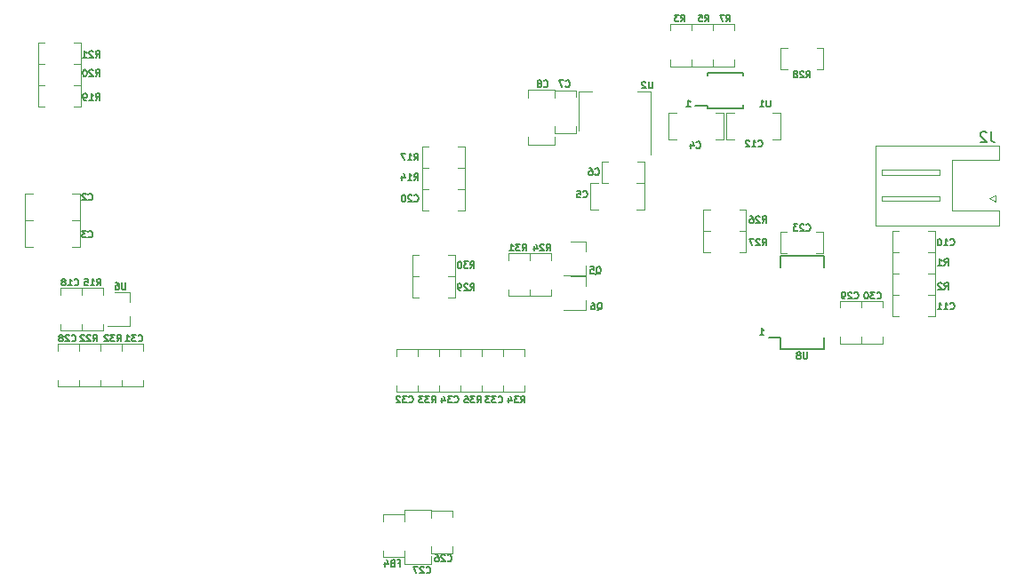
<source format=gbr>
G04 #@! TF.GenerationSoftware,KiCad,Pcbnew,(5.1.4)-1*
G04 #@! TF.CreationDate,2021-03-24T15:31:25+01:00*
G04 #@! TF.ProjectId,HRM,48524d2e-6b69-4636-9164-5f7063625858,rev?*
G04 #@! TF.SameCoordinates,Original*
G04 #@! TF.FileFunction,Legend,Bot*
G04 #@! TF.FilePolarity,Positive*
%FSLAX46Y46*%
G04 Gerber Fmt 4.6, Leading zero omitted, Abs format (unit mm)*
G04 Created by KiCad (PCBNEW (5.1.4)-1) date 2021-03-24 15:31:25*
%MOMM*%
%LPD*%
G04 APERTURE LIST*
%ADD10C,0.127000*%
%ADD11C,0.120000*%
%ADD12C,0.150000*%
G04 APERTURE END LIST*
D10*
X190826571Y-125255261D02*
X191189428Y-125255261D01*
X191008000Y-125255261D02*
X191008000Y-124620261D01*
X191068476Y-124710976D01*
X191128952Y-124771452D01*
X191189428Y-124801690D01*
X183818571Y-103506761D02*
X184181428Y-103506761D01*
X184000000Y-103506761D02*
X184000000Y-102871761D01*
X184060476Y-102962476D01*
X184120952Y-103022952D01*
X184181428Y-103053190D01*
D11*
X159481500Y-141986000D02*
X161513500Y-141986000D01*
X161513500Y-146050000D02*
X159481500Y-146050000D01*
X161513500Y-146050000D02*
X161513500Y-145415000D01*
X159481500Y-146050000D02*
X159481500Y-145415000D01*
X161513500Y-142621000D02*
X161513500Y-141986000D01*
X159481500Y-142621000D02*
X159481500Y-141986000D01*
X179782000Y-108729000D02*
X179782000Y-110761000D01*
X175718000Y-110761000D02*
X175718000Y-108729000D01*
X175718000Y-110761000D02*
X176353000Y-110761000D01*
X175718000Y-108729000D02*
X176353000Y-108729000D01*
X179147000Y-110761000D02*
X179782000Y-110761000D01*
X179147000Y-108729000D02*
X179782000Y-108729000D01*
X171234000Y-102603000D02*
X171234000Y-101968000D01*
X173266000Y-102603000D02*
X173266000Y-101968000D01*
X171234000Y-106032000D02*
X171234000Y-105397000D01*
X173266000Y-106032000D02*
X173266000Y-105397000D01*
X173266000Y-106032000D02*
X171234000Y-106032000D01*
X171234000Y-101968000D02*
X173266000Y-101968000D01*
X206844000Y-115368500D02*
X207479000Y-115368500D01*
X206844000Y-117400500D02*
X207479000Y-117400500D01*
X203415000Y-115368500D02*
X204050000Y-115368500D01*
X203415000Y-117400500D02*
X204050000Y-117400500D01*
X203415000Y-117400500D02*
X203415000Y-115368500D01*
X207479000Y-115368500D02*
X207479000Y-117400500D01*
X207479000Y-121464500D02*
X207479000Y-123496500D01*
X203415000Y-123496500D02*
X203415000Y-121464500D01*
X203415000Y-123496500D02*
X204050000Y-123496500D01*
X203415000Y-121464500D02*
X204050000Y-121464500D01*
X206844000Y-123496500D02*
X207479000Y-123496500D01*
X206844000Y-121464500D02*
X207479000Y-121464500D01*
X196811000Y-115432000D02*
X196811000Y-117464000D01*
X192747000Y-117464000D02*
X192747000Y-115432000D01*
X192747000Y-117464000D02*
X193382000Y-117464000D01*
X192747000Y-115432000D02*
X193382000Y-115432000D01*
X196176000Y-117464000D02*
X196811000Y-117464000D01*
X196176000Y-115432000D02*
X196811000Y-115432000D01*
X125984000Y-130175000D02*
X123952000Y-130175000D01*
X123952000Y-126111000D02*
X125984000Y-126111000D01*
X123952000Y-126111000D02*
X123952000Y-126746000D01*
X125984000Y-126111000D02*
X125984000Y-126746000D01*
X123952000Y-129540000D02*
X123952000Y-130175000D01*
X125984000Y-129540000D02*
X125984000Y-130175000D01*
X198462000Y-122036000D02*
X200494000Y-122036000D01*
X200494000Y-126100000D02*
X198462000Y-126100000D01*
X200494000Y-126100000D02*
X200494000Y-125465000D01*
X198462000Y-126100000D02*
X198462000Y-125465000D01*
X200494000Y-122671000D02*
X200494000Y-122036000D01*
X198462000Y-122671000D02*
X198462000Y-122036000D01*
X200494000Y-122671000D02*
X200494000Y-122036000D01*
X202526000Y-122671000D02*
X202526000Y-122036000D01*
X200494000Y-126100000D02*
X200494000Y-125465000D01*
X202526000Y-126100000D02*
X202526000Y-125465000D01*
X202526000Y-126100000D02*
X200494000Y-126100000D01*
X200494000Y-122036000D02*
X202526000Y-122036000D01*
X158242000Y-130048000D02*
X158242000Y-130683000D01*
X156210000Y-130048000D02*
X156210000Y-130683000D01*
X158242000Y-126619000D02*
X158242000Y-127254000D01*
X156210000Y-126619000D02*
X156210000Y-127254000D01*
X156210000Y-126619000D02*
X158242000Y-126619000D01*
X158242000Y-130683000D02*
X156210000Y-130683000D01*
X166370000Y-130683000D02*
X164338000Y-130683000D01*
X164338000Y-126619000D02*
X166370000Y-126619000D01*
X164338000Y-126619000D02*
X164338000Y-127254000D01*
X166370000Y-126619000D02*
X166370000Y-127254000D01*
X164338000Y-130048000D02*
X164338000Y-130683000D01*
X166370000Y-130048000D02*
X166370000Y-130683000D01*
X132080000Y-130175000D02*
X130048000Y-130175000D01*
X130048000Y-126111000D02*
X132080000Y-126111000D01*
X130048000Y-126111000D02*
X130048000Y-126746000D01*
X132080000Y-126111000D02*
X132080000Y-126746000D01*
X130048000Y-129540000D02*
X130048000Y-130175000D01*
X132080000Y-129540000D02*
X132080000Y-130175000D01*
X201852000Y-111007000D02*
X201852000Y-114817000D01*
X201852000Y-114817000D02*
X213572000Y-114817000D01*
X213572000Y-114817000D02*
X213572000Y-113397000D01*
X213572000Y-113397000D02*
X209072000Y-113397000D01*
X209072000Y-113397000D02*
X209072000Y-111007000D01*
X201852000Y-111007000D02*
X201852000Y-107197000D01*
X201852000Y-107197000D02*
X213572000Y-107197000D01*
X213572000Y-107197000D02*
X213572000Y-108617000D01*
X213572000Y-108617000D02*
X209072000Y-108617000D01*
X209072000Y-108617000D02*
X209072000Y-111007000D01*
X207962000Y-112507000D02*
X202462000Y-112507000D01*
X202462000Y-112507000D02*
X202462000Y-112007000D01*
X202462000Y-112007000D02*
X207962000Y-112007000D01*
X207962000Y-112007000D02*
X207962000Y-112507000D01*
X207962000Y-110007000D02*
X202462000Y-110007000D01*
X202462000Y-110007000D02*
X202462000Y-109507000D01*
X202462000Y-109507000D02*
X207962000Y-109507000D01*
X207962000Y-109507000D02*
X207962000Y-110007000D01*
X212662000Y-112257000D02*
X213262000Y-112557000D01*
X213262000Y-112557000D02*
X213262000Y-111957000D01*
X213262000Y-111957000D02*
X212662000Y-112257000D01*
X174242000Y-116403000D02*
X174242000Y-117333000D01*
X174242000Y-119563000D02*
X174242000Y-118633000D01*
X174242000Y-119563000D02*
X172082000Y-119563000D01*
X174242000Y-116403000D02*
X172782000Y-116403000D01*
X174242000Y-119705000D02*
X174242000Y-120635000D01*
X174242000Y-122865000D02*
X174242000Y-121935000D01*
X174242000Y-122865000D02*
X172082000Y-122865000D01*
X174242000Y-119705000D02*
X172782000Y-119705000D01*
X207479000Y-117400500D02*
X207479000Y-119432500D01*
X203415000Y-119432500D02*
X203415000Y-117400500D01*
X203415000Y-119432500D02*
X204050000Y-119432500D01*
X203415000Y-117400500D02*
X204050000Y-117400500D01*
X206844000Y-119432500D02*
X207479000Y-119432500D01*
X206844000Y-117400500D02*
X207479000Y-117400500D01*
X206844000Y-119432500D02*
X207479000Y-119432500D01*
X206844000Y-121464500D02*
X207479000Y-121464500D01*
X203415000Y-119432500D02*
X204050000Y-119432500D01*
X203415000Y-121464500D02*
X204050000Y-121464500D01*
X203415000Y-121464500D02*
X203415000Y-119432500D01*
X207479000Y-119432500D02*
X207479000Y-121464500D01*
X182299000Y-95599500D02*
X184331000Y-95599500D01*
X184331000Y-99663500D02*
X182299000Y-99663500D01*
X184331000Y-99663500D02*
X184331000Y-99028500D01*
X182299000Y-99663500D02*
X182299000Y-99028500D01*
X184331000Y-96234500D02*
X184331000Y-95599500D01*
X182299000Y-96234500D02*
X182299000Y-95599500D01*
X184331000Y-96234500D02*
X184331000Y-95599500D01*
X186363000Y-96234500D02*
X186363000Y-95599500D01*
X184331000Y-99663500D02*
X184331000Y-99028500D01*
X186363000Y-99663500D02*
X186363000Y-99028500D01*
X186363000Y-99663500D02*
X184331000Y-99663500D01*
X184331000Y-95599500D02*
X186363000Y-95599500D01*
X188393000Y-99028500D02*
X188393000Y-99663500D01*
X186361000Y-99028500D02*
X186361000Y-99663500D01*
X188393000Y-95599500D02*
X188393000Y-96234500D01*
X186361000Y-95599500D02*
X186361000Y-96234500D01*
X186361000Y-95599500D02*
X188393000Y-95599500D01*
X188393000Y-99663500D02*
X186361000Y-99663500D01*
X162052000Y-109347000D02*
X162687000Y-109347000D01*
X162052000Y-111379000D02*
X162687000Y-111379000D01*
X158623000Y-109347000D02*
X159258000Y-109347000D01*
X158623000Y-111379000D02*
X159258000Y-111379000D01*
X158623000Y-111379000D02*
X158623000Y-109347000D01*
X162687000Y-109347000D02*
X162687000Y-111379000D01*
X128270000Y-124841000D02*
X126238000Y-124841000D01*
X126238000Y-120777000D02*
X128270000Y-120777000D01*
X126238000Y-120777000D02*
X126238000Y-121412000D01*
X128270000Y-120777000D02*
X128270000Y-121412000D01*
X126238000Y-124206000D02*
X126238000Y-124841000D01*
X128270000Y-124206000D02*
X128270000Y-124841000D01*
X158623000Y-109347000D02*
X158623000Y-107315000D01*
X162687000Y-107315000D02*
X162687000Y-109347000D01*
X162687000Y-107315000D02*
X162052000Y-107315000D01*
X162687000Y-109347000D02*
X162052000Y-109347000D01*
X159258000Y-107315000D02*
X158623000Y-107315000D01*
X159258000Y-109347000D02*
X158623000Y-109347000D01*
X125984000Y-126746000D02*
X125984000Y-126111000D01*
X128016000Y-126746000D02*
X128016000Y-126111000D01*
X125984000Y-130175000D02*
X125984000Y-129540000D01*
X128016000Y-130175000D02*
X128016000Y-129540000D01*
X128016000Y-130175000D02*
X125984000Y-130175000D01*
X125984000Y-126111000D02*
X128016000Y-126111000D01*
X193421000Y-99949000D02*
X192786000Y-99949000D01*
X193421000Y-97917000D02*
X192786000Y-97917000D01*
X196850000Y-99949000D02*
X196215000Y-99949000D01*
X196850000Y-97917000D02*
X196215000Y-97917000D01*
X196850000Y-97917000D02*
X196850000Y-99949000D01*
X192786000Y-99949000D02*
X192786000Y-97917000D01*
X158350000Y-121725000D02*
X157715000Y-121725000D01*
X158350000Y-119693000D02*
X157715000Y-119693000D01*
X161779000Y-121725000D02*
X161144000Y-121725000D01*
X161779000Y-119693000D02*
X161144000Y-119693000D01*
X161779000Y-119693000D02*
X161779000Y-121725000D01*
X157715000Y-121725000D02*
X157715000Y-119693000D01*
X158350000Y-119693000D02*
X157715000Y-119693000D01*
X158350000Y-117661000D02*
X157715000Y-117661000D01*
X161779000Y-119693000D02*
X161144000Y-119693000D01*
X161779000Y-117661000D02*
X161144000Y-117661000D01*
X161779000Y-117661000D02*
X161779000Y-119693000D01*
X157715000Y-119693000D02*
X157715000Y-117661000D01*
X170942000Y-120904000D02*
X170942000Y-121539000D01*
X168910000Y-120904000D02*
X168910000Y-121539000D01*
X170942000Y-117475000D02*
X170942000Y-118110000D01*
X168910000Y-117475000D02*
X168910000Y-118110000D01*
X168910000Y-117475000D02*
X170942000Y-117475000D01*
X170942000Y-121539000D02*
X168910000Y-121539000D01*
X186055000Y-115316000D02*
X185420000Y-115316000D01*
X186055000Y-113284000D02*
X185420000Y-113284000D01*
X189484000Y-115316000D02*
X188849000Y-115316000D01*
X189484000Y-113284000D02*
X188849000Y-113284000D01*
X189484000Y-113284000D02*
X189484000Y-115316000D01*
X185420000Y-115316000D02*
X185420000Y-113284000D01*
X185420000Y-117348000D02*
X185420000Y-115316000D01*
X189484000Y-115316000D02*
X189484000Y-117348000D01*
X189484000Y-115316000D02*
X188849000Y-115316000D01*
X189484000Y-117348000D02*
X188849000Y-117348000D01*
X186055000Y-115316000D02*
X185420000Y-115316000D01*
X186055000Y-117348000D02*
X185420000Y-117348000D01*
X125476000Y-101473000D02*
X126111000Y-101473000D01*
X125476000Y-103505000D02*
X126111000Y-103505000D01*
X122047000Y-101473000D02*
X122682000Y-101473000D01*
X122047000Y-103505000D02*
X122682000Y-103505000D01*
X122047000Y-103505000D02*
X122047000Y-101473000D01*
X126111000Y-101473000D02*
X126111000Y-103505000D01*
X126111000Y-99441000D02*
X126111000Y-101473000D01*
X122047000Y-101473000D02*
X122047000Y-99441000D01*
X122047000Y-101473000D02*
X122682000Y-101473000D01*
X122047000Y-99441000D02*
X122682000Y-99441000D01*
X125476000Y-101473000D02*
X126111000Y-101473000D01*
X125476000Y-99441000D02*
X126111000Y-99441000D01*
X126111000Y-97409000D02*
X126111000Y-99441000D01*
X122047000Y-99441000D02*
X122047000Y-97409000D01*
X122047000Y-99441000D02*
X122682000Y-99441000D01*
X122047000Y-97409000D02*
X122682000Y-97409000D01*
X125476000Y-99441000D02*
X126111000Y-99441000D01*
X125476000Y-97409000D02*
X126111000Y-97409000D01*
X166878000Y-117475000D02*
X168910000Y-117475000D01*
X168910000Y-121539000D02*
X166878000Y-121539000D01*
X168910000Y-121539000D02*
X168910000Y-120904000D01*
X166878000Y-121539000D02*
X166878000Y-120904000D01*
X168910000Y-118110000D02*
X168910000Y-117475000D01*
X166878000Y-118110000D02*
X166878000Y-117475000D01*
X128016000Y-126111000D02*
X130048000Y-126111000D01*
X130048000Y-130175000D02*
X128016000Y-130175000D01*
X130048000Y-130175000D02*
X130048000Y-129540000D01*
X128016000Y-130175000D02*
X128016000Y-129540000D01*
X130048000Y-126746000D02*
X130048000Y-126111000D01*
X128016000Y-126746000D02*
X128016000Y-126111000D01*
X160274000Y-130048000D02*
X160274000Y-130683000D01*
X158242000Y-130048000D02*
X158242000Y-130683000D01*
X160274000Y-126619000D02*
X160274000Y-127254000D01*
X158242000Y-126619000D02*
X158242000Y-127254000D01*
X158242000Y-126619000D02*
X160274000Y-126619000D01*
X160274000Y-130683000D02*
X158242000Y-130683000D01*
X168402000Y-130048000D02*
X168402000Y-130683000D01*
X166370000Y-130048000D02*
X166370000Y-130683000D01*
X168402000Y-126619000D02*
X168402000Y-127254000D01*
X166370000Y-126619000D02*
X166370000Y-127254000D01*
X166370000Y-126619000D02*
X168402000Y-126619000D01*
X168402000Y-130683000D02*
X166370000Y-130683000D01*
D12*
X185831000Y-103624500D02*
X185831000Y-103399500D01*
X189181000Y-103624500D02*
X189181000Y-103324500D01*
X189181000Y-100274500D02*
X189181000Y-100574500D01*
X185831000Y-100274500D02*
X185831000Y-100574500D01*
X185831000Y-103624500D02*
X189181000Y-103624500D01*
X185831000Y-100274500D02*
X189181000Y-100274500D01*
X185831000Y-103399500D02*
X184606000Y-103399500D01*
D11*
X173564000Y-102030500D02*
X174824000Y-102030500D01*
X180384000Y-102030500D02*
X179124000Y-102030500D01*
X173564000Y-105790500D02*
X173564000Y-102030500D01*
X180384000Y-108040500D02*
X180384000Y-102030500D01*
X130808000Y-121229000D02*
X130808000Y-122159000D01*
X130808000Y-124389000D02*
X130808000Y-123459000D01*
X130808000Y-124389000D02*
X128648000Y-124389000D01*
X130808000Y-121229000D02*
X129348000Y-121229000D01*
D12*
X192767500Y-125528000D02*
X192767500Y-126638000D01*
X196917500Y-126638000D02*
X196917500Y-125528000D01*
X196917500Y-117688000D02*
X196917500Y-118798000D01*
X192767500Y-117688000D02*
X192767500Y-118798000D01*
X192767500Y-126638000D02*
X196917500Y-126638000D01*
X192767500Y-117688000D02*
X196917500Y-117688000D01*
X192767500Y-125528000D02*
X191642500Y-125528000D01*
D11*
X126022100Y-111760000D02*
X126022100Y-114300000D01*
X126022100Y-114300000D02*
X125260100Y-114300000D01*
X126022100Y-111760000D02*
X125260100Y-111760000D01*
X120815100Y-111760000D02*
X121577100Y-111760000D01*
X120815100Y-114300000D02*
X120815100Y-111760000D01*
X120815100Y-114300000D02*
X121577100Y-114300000D01*
X126022100Y-114300000D02*
X126022100Y-116840000D01*
X126022100Y-116840000D02*
X125260100Y-116840000D01*
X126022100Y-114300000D02*
X125260100Y-114300000D01*
X120815100Y-114300000D02*
X121577100Y-114300000D01*
X120815100Y-116840000D02*
X120815100Y-114300000D01*
X120815100Y-116840000D02*
X121577100Y-116840000D01*
X182133900Y-106648500D02*
X182133900Y-104108500D01*
X182133900Y-104108500D02*
X182895900Y-104108500D01*
X182133900Y-106648500D02*
X182895900Y-106648500D01*
X187340900Y-106648500D02*
X186578900Y-106648500D01*
X187340900Y-104108500D02*
X187340900Y-106648500D01*
X187340900Y-104108500D02*
X186578900Y-104108500D01*
X179853500Y-110761000D02*
X179091500Y-110761000D01*
X179853500Y-110761000D02*
X179853500Y-113301000D01*
X179853500Y-113301000D02*
X179091500Y-113301000D01*
X174646500Y-113301000D02*
X175408500Y-113301000D01*
X174646500Y-110761000D02*
X175408500Y-110761000D01*
X174646500Y-113301000D02*
X174646500Y-110761000D01*
X171270000Y-107124500D02*
X168730000Y-107124500D01*
X168730000Y-107124500D02*
X168730000Y-106362500D01*
X171270000Y-107124500D02*
X171270000Y-106362500D01*
X171270000Y-101917500D02*
X171270000Y-102679500D01*
X168730000Y-101917500D02*
X171270000Y-101917500D01*
X168730000Y-101917500D02*
X168730000Y-102679500D01*
X187569500Y-106648500D02*
X188331500Y-106648500D01*
X187569500Y-106648500D02*
X187569500Y-104108500D01*
X187569500Y-104108500D02*
X188331500Y-104108500D01*
X192776500Y-104108500D02*
X192014500Y-104108500D01*
X192776500Y-106648500D02*
X192014500Y-106648500D01*
X192776500Y-104108500D02*
X192776500Y-106648500D01*
X159481500Y-147138000D02*
X156941500Y-147138000D01*
X156941500Y-147138000D02*
X156941500Y-146376000D01*
X159481500Y-147138000D02*
X159481500Y-146376000D01*
X159481500Y-141931000D02*
X159481500Y-142693000D01*
X156941500Y-141931000D02*
X159481500Y-141931000D01*
X156941500Y-141931000D02*
X156941500Y-142693000D01*
X126238000Y-124841000D02*
X124206000Y-124841000D01*
X124206000Y-120777000D02*
X126238000Y-120777000D01*
X124206000Y-120777000D02*
X124206000Y-121412000D01*
X126238000Y-120777000D02*
X126238000Y-121412000D01*
X124206000Y-124206000D02*
X124206000Y-124841000D01*
X126238000Y-124206000D02*
X126238000Y-124841000D01*
X154909500Y-142375500D02*
X156941500Y-142375500D01*
X156941500Y-146439500D02*
X154909500Y-146439500D01*
X156941500Y-146439500D02*
X156941500Y-145804500D01*
X154909500Y-146439500D02*
X154909500Y-145804500D01*
X156941500Y-143010500D02*
X156941500Y-142375500D01*
X154909500Y-143010500D02*
X154909500Y-142375500D01*
X158623000Y-113411000D02*
X158623000Y-111379000D01*
X162687000Y-111379000D02*
X162687000Y-113411000D01*
X162687000Y-111379000D02*
X162052000Y-111379000D01*
X162687000Y-113411000D02*
X162052000Y-113411000D01*
X159258000Y-111379000D02*
X158623000Y-111379000D01*
X159258000Y-113411000D02*
X158623000Y-113411000D01*
X162306000Y-130683000D02*
X160274000Y-130683000D01*
X160274000Y-126619000D02*
X162306000Y-126619000D01*
X160274000Y-126619000D02*
X160274000Y-127254000D01*
X162306000Y-126619000D02*
X162306000Y-127254000D01*
X160274000Y-130048000D02*
X160274000Y-130683000D01*
X162306000Y-130048000D02*
X162306000Y-130683000D01*
X164338000Y-130683000D02*
X162306000Y-130683000D01*
X162306000Y-126619000D02*
X164338000Y-126619000D01*
X162306000Y-126619000D02*
X162306000Y-127254000D01*
X164338000Y-126619000D02*
X164338000Y-127254000D01*
X162306000Y-130048000D02*
X162306000Y-130683000D01*
X164338000Y-130048000D02*
X164338000Y-130683000D01*
D10*
X161063214Y-146784785D02*
X161093452Y-146815023D01*
X161184166Y-146845261D01*
X161244642Y-146845261D01*
X161335357Y-146815023D01*
X161395833Y-146754547D01*
X161426071Y-146694071D01*
X161456309Y-146573119D01*
X161456309Y-146482404D01*
X161426071Y-146361452D01*
X161395833Y-146300976D01*
X161335357Y-146240500D01*
X161244642Y-146210261D01*
X161184166Y-146210261D01*
X161093452Y-146240500D01*
X161063214Y-146270738D01*
X160821309Y-146270738D02*
X160791071Y-146240500D01*
X160730595Y-146210261D01*
X160579404Y-146210261D01*
X160518928Y-146240500D01*
X160488690Y-146270738D01*
X160458452Y-146331214D01*
X160458452Y-146391690D01*
X160488690Y-146482404D01*
X160851547Y-146845261D01*
X160458452Y-146845261D01*
X159914166Y-146210261D02*
X160035119Y-146210261D01*
X160095595Y-146240500D01*
X160125833Y-146270738D01*
X160186309Y-146361452D01*
X160216547Y-146482404D01*
X160216547Y-146724309D01*
X160186309Y-146784785D01*
X160156071Y-146815023D01*
X160095595Y-146845261D01*
X159974642Y-146845261D01*
X159914166Y-146815023D01*
X159883928Y-146784785D01*
X159853690Y-146724309D01*
X159853690Y-146573119D01*
X159883928Y-146512642D01*
X159914166Y-146482404D01*
X159974642Y-146452166D01*
X160095595Y-146452166D01*
X160156071Y-146482404D01*
X160186309Y-146512642D01*
X160216547Y-146573119D01*
X175111833Y-109954785D02*
X175142071Y-109985023D01*
X175232785Y-110015261D01*
X175293261Y-110015261D01*
X175383976Y-109985023D01*
X175444452Y-109924547D01*
X175474690Y-109864071D01*
X175504928Y-109743119D01*
X175504928Y-109652404D01*
X175474690Y-109531452D01*
X175444452Y-109470976D01*
X175383976Y-109410500D01*
X175293261Y-109380261D01*
X175232785Y-109380261D01*
X175142071Y-109410500D01*
X175111833Y-109440738D01*
X174567547Y-109380261D02*
X174688500Y-109380261D01*
X174748976Y-109410500D01*
X174779214Y-109440738D01*
X174839690Y-109531452D01*
X174869928Y-109652404D01*
X174869928Y-109894309D01*
X174839690Y-109954785D01*
X174809452Y-109985023D01*
X174748976Y-110015261D01*
X174628023Y-110015261D01*
X174567547Y-109985023D01*
X174537309Y-109954785D01*
X174507071Y-109894309D01*
X174507071Y-109743119D01*
X174537309Y-109682642D01*
X174567547Y-109652404D01*
X174628023Y-109622166D01*
X174748976Y-109622166D01*
X174809452Y-109652404D01*
X174839690Y-109682642D01*
X174869928Y-109743119D01*
X172317833Y-101572785D02*
X172348071Y-101603023D01*
X172438785Y-101633261D01*
X172499261Y-101633261D01*
X172589976Y-101603023D01*
X172650452Y-101542547D01*
X172680690Y-101482071D01*
X172710928Y-101361119D01*
X172710928Y-101270404D01*
X172680690Y-101149452D01*
X172650452Y-101088976D01*
X172589976Y-101028500D01*
X172499261Y-100998261D01*
X172438785Y-100998261D01*
X172348071Y-101028500D01*
X172317833Y-101058738D01*
X172106166Y-100998261D02*
X171682833Y-100998261D01*
X171954976Y-101633261D01*
X208942214Y-116685785D02*
X208972452Y-116716023D01*
X209063166Y-116746261D01*
X209123642Y-116746261D01*
X209214357Y-116716023D01*
X209274833Y-116655547D01*
X209305071Y-116595071D01*
X209335309Y-116474119D01*
X209335309Y-116383404D01*
X209305071Y-116262452D01*
X209274833Y-116201976D01*
X209214357Y-116141500D01*
X209123642Y-116111261D01*
X209063166Y-116111261D01*
X208972452Y-116141500D01*
X208942214Y-116171738D01*
X208337452Y-116746261D02*
X208700309Y-116746261D01*
X208518880Y-116746261D02*
X208518880Y-116111261D01*
X208579357Y-116201976D01*
X208639833Y-116262452D01*
X208700309Y-116292690D01*
X207944357Y-116111261D02*
X207883880Y-116111261D01*
X207823404Y-116141500D01*
X207793166Y-116171738D01*
X207762928Y-116232214D01*
X207732690Y-116353166D01*
X207732690Y-116504357D01*
X207762928Y-116625309D01*
X207793166Y-116685785D01*
X207823404Y-116716023D01*
X207883880Y-116746261D01*
X207944357Y-116746261D01*
X208004833Y-116716023D01*
X208035071Y-116685785D01*
X208065309Y-116625309D01*
X208095547Y-116504357D01*
X208095547Y-116353166D01*
X208065309Y-116232214D01*
X208035071Y-116171738D01*
X208004833Y-116141500D01*
X207944357Y-116111261D01*
X208942214Y-122781785D02*
X208972452Y-122812023D01*
X209063166Y-122842261D01*
X209123642Y-122842261D01*
X209214357Y-122812023D01*
X209274833Y-122751547D01*
X209305071Y-122691071D01*
X209335309Y-122570119D01*
X209335309Y-122479404D01*
X209305071Y-122358452D01*
X209274833Y-122297976D01*
X209214357Y-122237500D01*
X209123642Y-122207261D01*
X209063166Y-122207261D01*
X208972452Y-122237500D01*
X208942214Y-122267738D01*
X208337452Y-122842261D02*
X208700309Y-122842261D01*
X208518880Y-122842261D02*
X208518880Y-122207261D01*
X208579357Y-122297976D01*
X208639833Y-122358452D01*
X208700309Y-122388690D01*
X207732690Y-122842261D02*
X208095547Y-122842261D01*
X207914119Y-122842261D02*
X207914119Y-122207261D01*
X207974595Y-122297976D01*
X208035071Y-122358452D01*
X208095547Y-122388690D01*
X195226214Y-115288785D02*
X195256452Y-115319023D01*
X195347166Y-115349261D01*
X195407642Y-115349261D01*
X195498357Y-115319023D01*
X195558833Y-115258547D01*
X195589071Y-115198071D01*
X195619309Y-115077119D01*
X195619309Y-114986404D01*
X195589071Y-114865452D01*
X195558833Y-114804976D01*
X195498357Y-114744500D01*
X195407642Y-114714261D01*
X195347166Y-114714261D01*
X195256452Y-114744500D01*
X195226214Y-114774738D01*
X194984309Y-114774738D02*
X194954071Y-114744500D01*
X194893595Y-114714261D01*
X194742404Y-114714261D01*
X194681928Y-114744500D01*
X194651690Y-114774738D01*
X194621452Y-114835214D01*
X194621452Y-114895690D01*
X194651690Y-114986404D01*
X195014547Y-115349261D01*
X194621452Y-115349261D01*
X194409785Y-114714261D02*
X194016690Y-114714261D01*
X194228357Y-114956166D01*
X194137642Y-114956166D01*
X194077166Y-114986404D01*
X194046928Y-115016642D01*
X194016690Y-115077119D01*
X194016690Y-115228309D01*
X194046928Y-115288785D01*
X194077166Y-115319023D01*
X194137642Y-115349261D01*
X194319071Y-115349261D01*
X194379547Y-115319023D01*
X194409785Y-115288785D01*
X125249214Y-125829785D02*
X125279452Y-125860023D01*
X125370166Y-125890261D01*
X125430642Y-125890261D01*
X125521357Y-125860023D01*
X125581833Y-125799547D01*
X125612071Y-125739071D01*
X125642309Y-125618119D01*
X125642309Y-125527404D01*
X125612071Y-125406452D01*
X125581833Y-125345976D01*
X125521357Y-125285500D01*
X125430642Y-125255261D01*
X125370166Y-125255261D01*
X125279452Y-125285500D01*
X125249214Y-125315738D01*
X125007309Y-125315738D02*
X124977071Y-125285500D01*
X124916595Y-125255261D01*
X124765404Y-125255261D01*
X124704928Y-125285500D01*
X124674690Y-125315738D01*
X124644452Y-125376214D01*
X124644452Y-125436690D01*
X124674690Y-125527404D01*
X125037547Y-125890261D01*
X124644452Y-125890261D01*
X124281595Y-125527404D02*
X124342071Y-125497166D01*
X124372309Y-125466928D01*
X124402547Y-125406452D01*
X124402547Y-125376214D01*
X124372309Y-125315738D01*
X124342071Y-125285500D01*
X124281595Y-125255261D01*
X124160642Y-125255261D01*
X124100166Y-125285500D01*
X124069928Y-125315738D01*
X124039690Y-125376214D01*
X124039690Y-125406452D01*
X124069928Y-125466928D01*
X124100166Y-125497166D01*
X124160642Y-125527404D01*
X124281595Y-125527404D01*
X124342071Y-125557642D01*
X124372309Y-125587880D01*
X124402547Y-125648357D01*
X124402547Y-125769309D01*
X124372309Y-125829785D01*
X124342071Y-125860023D01*
X124281595Y-125890261D01*
X124160642Y-125890261D01*
X124100166Y-125860023D01*
X124069928Y-125829785D01*
X124039690Y-125769309D01*
X124039690Y-125648357D01*
X124069928Y-125587880D01*
X124100166Y-125557642D01*
X124160642Y-125527404D01*
X199798214Y-121765785D02*
X199828452Y-121796023D01*
X199919166Y-121826261D01*
X199979642Y-121826261D01*
X200070357Y-121796023D01*
X200130833Y-121735547D01*
X200161071Y-121675071D01*
X200191309Y-121554119D01*
X200191309Y-121463404D01*
X200161071Y-121342452D01*
X200130833Y-121281976D01*
X200070357Y-121221500D01*
X199979642Y-121191261D01*
X199919166Y-121191261D01*
X199828452Y-121221500D01*
X199798214Y-121251738D01*
X199556309Y-121251738D02*
X199526071Y-121221500D01*
X199465595Y-121191261D01*
X199314404Y-121191261D01*
X199253928Y-121221500D01*
X199223690Y-121251738D01*
X199193452Y-121312214D01*
X199193452Y-121372690D01*
X199223690Y-121463404D01*
X199586547Y-121826261D01*
X199193452Y-121826261D01*
X198891071Y-121826261D02*
X198770119Y-121826261D01*
X198709642Y-121796023D01*
X198679404Y-121765785D01*
X198618928Y-121675071D01*
X198588690Y-121554119D01*
X198588690Y-121312214D01*
X198618928Y-121251738D01*
X198649166Y-121221500D01*
X198709642Y-121191261D01*
X198830595Y-121191261D01*
X198891071Y-121221500D01*
X198921309Y-121251738D01*
X198951547Y-121312214D01*
X198951547Y-121463404D01*
X198921309Y-121523880D01*
X198891071Y-121554119D01*
X198830595Y-121584357D01*
X198709642Y-121584357D01*
X198649166Y-121554119D01*
X198618928Y-121523880D01*
X198588690Y-121463404D01*
X201957214Y-121765785D02*
X201987452Y-121796023D01*
X202078166Y-121826261D01*
X202138642Y-121826261D01*
X202229357Y-121796023D01*
X202289833Y-121735547D01*
X202320071Y-121675071D01*
X202350309Y-121554119D01*
X202350309Y-121463404D01*
X202320071Y-121342452D01*
X202289833Y-121281976D01*
X202229357Y-121221500D01*
X202138642Y-121191261D01*
X202078166Y-121191261D01*
X201987452Y-121221500D01*
X201957214Y-121251738D01*
X201745547Y-121191261D02*
X201352452Y-121191261D01*
X201564119Y-121433166D01*
X201473404Y-121433166D01*
X201412928Y-121463404D01*
X201382690Y-121493642D01*
X201352452Y-121554119D01*
X201352452Y-121705309D01*
X201382690Y-121765785D01*
X201412928Y-121796023D01*
X201473404Y-121826261D01*
X201654833Y-121826261D01*
X201715309Y-121796023D01*
X201745547Y-121765785D01*
X200959357Y-121191261D02*
X200898880Y-121191261D01*
X200838404Y-121221500D01*
X200808166Y-121251738D01*
X200777928Y-121312214D01*
X200747690Y-121433166D01*
X200747690Y-121584357D01*
X200777928Y-121705309D01*
X200808166Y-121765785D01*
X200838404Y-121796023D01*
X200898880Y-121826261D01*
X200959357Y-121826261D01*
X201019833Y-121796023D01*
X201050071Y-121765785D01*
X201080309Y-121705309D01*
X201110547Y-121584357D01*
X201110547Y-121433166D01*
X201080309Y-121312214D01*
X201050071Y-121251738D01*
X201019833Y-121221500D01*
X200959357Y-121191261D01*
X157380214Y-131671785D02*
X157410452Y-131702023D01*
X157501166Y-131732261D01*
X157561642Y-131732261D01*
X157652357Y-131702023D01*
X157712833Y-131641547D01*
X157743071Y-131581071D01*
X157773309Y-131460119D01*
X157773309Y-131369404D01*
X157743071Y-131248452D01*
X157712833Y-131187976D01*
X157652357Y-131127500D01*
X157561642Y-131097261D01*
X157501166Y-131097261D01*
X157410452Y-131127500D01*
X157380214Y-131157738D01*
X157168547Y-131097261D02*
X156775452Y-131097261D01*
X156987119Y-131339166D01*
X156896404Y-131339166D01*
X156835928Y-131369404D01*
X156805690Y-131399642D01*
X156775452Y-131460119D01*
X156775452Y-131611309D01*
X156805690Y-131671785D01*
X156835928Y-131702023D01*
X156896404Y-131732261D01*
X157077833Y-131732261D01*
X157138309Y-131702023D01*
X157168547Y-131671785D01*
X156533547Y-131157738D02*
X156503309Y-131127500D01*
X156442833Y-131097261D01*
X156291642Y-131097261D01*
X156231166Y-131127500D01*
X156200928Y-131157738D01*
X156170690Y-131218214D01*
X156170690Y-131278690D01*
X156200928Y-131369404D01*
X156563785Y-131732261D01*
X156170690Y-131732261D01*
X165889214Y-131671785D02*
X165919452Y-131702023D01*
X166010166Y-131732261D01*
X166070642Y-131732261D01*
X166161357Y-131702023D01*
X166221833Y-131641547D01*
X166252071Y-131581071D01*
X166282309Y-131460119D01*
X166282309Y-131369404D01*
X166252071Y-131248452D01*
X166221833Y-131187976D01*
X166161357Y-131127500D01*
X166070642Y-131097261D01*
X166010166Y-131097261D01*
X165919452Y-131127500D01*
X165889214Y-131157738D01*
X165677547Y-131097261D02*
X165284452Y-131097261D01*
X165496119Y-131339166D01*
X165405404Y-131339166D01*
X165344928Y-131369404D01*
X165314690Y-131399642D01*
X165284452Y-131460119D01*
X165284452Y-131611309D01*
X165314690Y-131671785D01*
X165344928Y-131702023D01*
X165405404Y-131732261D01*
X165586833Y-131732261D01*
X165647309Y-131702023D01*
X165677547Y-131671785D01*
X165072785Y-131097261D02*
X164679690Y-131097261D01*
X164891357Y-131339166D01*
X164800642Y-131339166D01*
X164740166Y-131369404D01*
X164709928Y-131399642D01*
X164679690Y-131460119D01*
X164679690Y-131611309D01*
X164709928Y-131671785D01*
X164740166Y-131702023D01*
X164800642Y-131732261D01*
X164982071Y-131732261D01*
X165042547Y-131702023D01*
X165072785Y-131671785D01*
X131599214Y-125829785D02*
X131629452Y-125860023D01*
X131720166Y-125890261D01*
X131780642Y-125890261D01*
X131871357Y-125860023D01*
X131931833Y-125799547D01*
X131962071Y-125739071D01*
X131992309Y-125618119D01*
X131992309Y-125527404D01*
X131962071Y-125406452D01*
X131931833Y-125345976D01*
X131871357Y-125285500D01*
X131780642Y-125255261D01*
X131720166Y-125255261D01*
X131629452Y-125285500D01*
X131599214Y-125315738D01*
X131387547Y-125255261D02*
X130994452Y-125255261D01*
X131206119Y-125497166D01*
X131115404Y-125497166D01*
X131054928Y-125527404D01*
X131024690Y-125557642D01*
X130994452Y-125618119D01*
X130994452Y-125769309D01*
X131024690Y-125829785D01*
X131054928Y-125860023D01*
X131115404Y-125890261D01*
X131296833Y-125890261D01*
X131357309Y-125860023D01*
X131387547Y-125829785D01*
X130389690Y-125890261D02*
X130752547Y-125890261D01*
X130571119Y-125890261D02*
X130571119Y-125255261D01*
X130631595Y-125345976D01*
X130692071Y-125406452D01*
X130752547Y-125436690D01*
D12*
X212804333Y-105878380D02*
X212804333Y-106592666D01*
X212851952Y-106735523D01*
X212947190Y-106830761D01*
X213090047Y-106878380D01*
X213185285Y-106878380D01*
X212375761Y-105973619D02*
X212328142Y-105926000D01*
X212232904Y-105878380D01*
X211994809Y-105878380D01*
X211899571Y-105926000D01*
X211851952Y-105973619D01*
X211804333Y-106068857D01*
X211804333Y-106164095D01*
X211851952Y-106306952D01*
X212423380Y-106878380D01*
X211804333Y-106878380D01*
D10*
X175193476Y-119473738D02*
X175253952Y-119443500D01*
X175314428Y-119383023D01*
X175405142Y-119292309D01*
X175465619Y-119262071D01*
X175526095Y-119262071D01*
X175495857Y-119413261D02*
X175556333Y-119383023D01*
X175616809Y-119322547D01*
X175647047Y-119201595D01*
X175647047Y-118989928D01*
X175616809Y-118868976D01*
X175556333Y-118808500D01*
X175495857Y-118778261D01*
X175374904Y-118778261D01*
X175314428Y-118808500D01*
X175253952Y-118868976D01*
X175223714Y-118989928D01*
X175223714Y-119201595D01*
X175253952Y-119322547D01*
X175314428Y-119383023D01*
X175374904Y-119413261D01*
X175495857Y-119413261D01*
X174649190Y-118778261D02*
X174951571Y-118778261D01*
X174981809Y-119080642D01*
X174951571Y-119050404D01*
X174891095Y-119020166D01*
X174739904Y-119020166D01*
X174679428Y-119050404D01*
X174649190Y-119080642D01*
X174618952Y-119141119D01*
X174618952Y-119292309D01*
X174649190Y-119352785D01*
X174679428Y-119383023D01*
X174739904Y-119413261D01*
X174891095Y-119413261D01*
X174951571Y-119383023D01*
X174981809Y-119352785D01*
X175320476Y-122902738D02*
X175380952Y-122872500D01*
X175441428Y-122812023D01*
X175532142Y-122721309D01*
X175592619Y-122691071D01*
X175653095Y-122691071D01*
X175622857Y-122842261D02*
X175683333Y-122812023D01*
X175743809Y-122751547D01*
X175774047Y-122630595D01*
X175774047Y-122418928D01*
X175743809Y-122297976D01*
X175683333Y-122237500D01*
X175622857Y-122207261D01*
X175501904Y-122207261D01*
X175441428Y-122237500D01*
X175380952Y-122297976D01*
X175350714Y-122418928D01*
X175350714Y-122630595D01*
X175380952Y-122751547D01*
X175441428Y-122812023D01*
X175501904Y-122842261D01*
X175622857Y-122842261D01*
X174806428Y-122207261D02*
X174927380Y-122207261D01*
X174987857Y-122237500D01*
X175018095Y-122267738D01*
X175078571Y-122358452D01*
X175108809Y-122479404D01*
X175108809Y-122721309D01*
X175078571Y-122781785D01*
X175048333Y-122812023D01*
X174987857Y-122842261D01*
X174866904Y-122842261D01*
X174806428Y-122812023D01*
X174776190Y-122781785D01*
X174745952Y-122721309D01*
X174745952Y-122570119D01*
X174776190Y-122509642D01*
X174806428Y-122479404D01*
X174866904Y-122449166D01*
X174987857Y-122449166D01*
X175048333Y-122479404D01*
X175078571Y-122509642D01*
X175108809Y-122570119D01*
X208385833Y-118651261D02*
X208597500Y-118348880D01*
X208748690Y-118651261D02*
X208748690Y-118016261D01*
X208506785Y-118016261D01*
X208446309Y-118046500D01*
X208416071Y-118076738D01*
X208385833Y-118137214D01*
X208385833Y-118227928D01*
X208416071Y-118288404D01*
X208446309Y-118318642D01*
X208506785Y-118348880D01*
X208748690Y-118348880D01*
X207781071Y-118651261D02*
X208143928Y-118651261D01*
X207962500Y-118651261D02*
X207962500Y-118016261D01*
X208022976Y-118106976D01*
X208083452Y-118167452D01*
X208143928Y-118197690D01*
X208385833Y-120937261D02*
X208597500Y-120634880D01*
X208748690Y-120937261D02*
X208748690Y-120302261D01*
X208506785Y-120302261D01*
X208446309Y-120332500D01*
X208416071Y-120362738D01*
X208385833Y-120423214D01*
X208385833Y-120513928D01*
X208416071Y-120574404D01*
X208446309Y-120604642D01*
X208506785Y-120634880D01*
X208748690Y-120634880D01*
X208143928Y-120362738D02*
X208113690Y-120332500D01*
X208053214Y-120302261D01*
X207902023Y-120302261D01*
X207841547Y-120332500D01*
X207811309Y-120362738D01*
X207781071Y-120423214D01*
X207781071Y-120483690D01*
X207811309Y-120574404D01*
X208174166Y-120937261D01*
X207781071Y-120937261D01*
X183293833Y-95378761D02*
X183505500Y-95076380D01*
X183656690Y-95378761D02*
X183656690Y-94743761D01*
X183414785Y-94743761D01*
X183354309Y-94774000D01*
X183324071Y-94804238D01*
X183293833Y-94864714D01*
X183293833Y-94955428D01*
X183324071Y-95015904D01*
X183354309Y-95046142D01*
X183414785Y-95076380D01*
X183656690Y-95076380D01*
X183082166Y-94743761D02*
X182689071Y-94743761D01*
X182900738Y-94985666D01*
X182810023Y-94985666D01*
X182749547Y-95015904D01*
X182719309Y-95046142D01*
X182689071Y-95106619D01*
X182689071Y-95257809D01*
X182719309Y-95318285D01*
X182749547Y-95348523D01*
X182810023Y-95378761D01*
X182991452Y-95378761D01*
X183051928Y-95348523D01*
X183082166Y-95318285D01*
X185579833Y-95378761D02*
X185791500Y-95076380D01*
X185942690Y-95378761D02*
X185942690Y-94743761D01*
X185700785Y-94743761D01*
X185640309Y-94774000D01*
X185610071Y-94804238D01*
X185579833Y-94864714D01*
X185579833Y-94955428D01*
X185610071Y-95015904D01*
X185640309Y-95046142D01*
X185700785Y-95076380D01*
X185942690Y-95076380D01*
X185005309Y-94743761D02*
X185307690Y-94743761D01*
X185337928Y-95046142D01*
X185307690Y-95015904D01*
X185247214Y-94985666D01*
X185096023Y-94985666D01*
X185035547Y-95015904D01*
X185005309Y-95046142D01*
X184975071Y-95106619D01*
X184975071Y-95257809D01*
X185005309Y-95318285D01*
X185035547Y-95348523D01*
X185096023Y-95378761D01*
X185247214Y-95378761D01*
X185307690Y-95348523D01*
X185337928Y-95318285D01*
X187609833Y-95378761D02*
X187821500Y-95076380D01*
X187972690Y-95378761D02*
X187972690Y-94743761D01*
X187730785Y-94743761D01*
X187670309Y-94774000D01*
X187640071Y-94804238D01*
X187609833Y-94864714D01*
X187609833Y-94955428D01*
X187640071Y-95015904D01*
X187670309Y-95046142D01*
X187730785Y-95076380D01*
X187972690Y-95076380D01*
X187398166Y-94743761D02*
X186974833Y-94743761D01*
X187246976Y-95378761D01*
X157888214Y-110523261D02*
X158099880Y-110220880D01*
X158251071Y-110523261D02*
X158251071Y-109888261D01*
X158009166Y-109888261D01*
X157948690Y-109918500D01*
X157918452Y-109948738D01*
X157888214Y-110009214D01*
X157888214Y-110099928D01*
X157918452Y-110160404D01*
X157948690Y-110190642D01*
X158009166Y-110220880D01*
X158251071Y-110220880D01*
X157283452Y-110523261D02*
X157646309Y-110523261D01*
X157464880Y-110523261D02*
X157464880Y-109888261D01*
X157525357Y-109978976D01*
X157585833Y-110039452D01*
X157646309Y-110069690D01*
X156739166Y-110099928D02*
X156739166Y-110523261D01*
X156890357Y-109858023D02*
X157041547Y-110311595D01*
X156648452Y-110311595D01*
X127662214Y-120556261D02*
X127873880Y-120253880D01*
X128025071Y-120556261D02*
X128025071Y-119921261D01*
X127783166Y-119921261D01*
X127722690Y-119951500D01*
X127692452Y-119981738D01*
X127662214Y-120042214D01*
X127662214Y-120132928D01*
X127692452Y-120193404D01*
X127722690Y-120223642D01*
X127783166Y-120253880D01*
X128025071Y-120253880D01*
X127057452Y-120556261D02*
X127420309Y-120556261D01*
X127238880Y-120556261D02*
X127238880Y-119921261D01*
X127299357Y-120011976D01*
X127359833Y-120072452D01*
X127420309Y-120102690D01*
X126482928Y-119921261D02*
X126785309Y-119921261D01*
X126815547Y-120223642D01*
X126785309Y-120193404D01*
X126724833Y-120163166D01*
X126573642Y-120163166D01*
X126513166Y-120193404D01*
X126482928Y-120223642D01*
X126452690Y-120284119D01*
X126452690Y-120435309D01*
X126482928Y-120495785D01*
X126513166Y-120526023D01*
X126573642Y-120556261D01*
X126724833Y-120556261D01*
X126785309Y-120526023D01*
X126815547Y-120495785D01*
X157888214Y-108618261D02*
X158099880Y-108315880D01*
X158251071Y-108618261D02*
X158251071Y-107983261D01*
X158009166Y-107983261D01*
X157948690Y-108013500D01*
X157918452Y-108043738D01*
X157888214Y-108104214D01*
X157888214Y-108194928D01*
X157918452Y-108255404D01*
X157948690Y-108285642D01*
X158009166Y-108315880D01*
X158251071Y-108315880D01*
X157283452Y-108618261D02*
X157646309Y-108618261D01*
X157464880Y-108618261D02*
X157464880Y-107983261D01*
X157525357Y-108073976D01*
X157585833Y-108134452D01*
X157646309Y-108164690D01*
X157071785Y-107983261D02*
X156648452Y-107983261D01*
X156920595Y-108618261D01*
X127281214Y-125890261D02*
X127492880Y-125587880D01*
X127644071Y-125890261D02*
X127644071Y-125255261D01*
X127402166Y-125255261D01*
X127341690Y-125285500D01*
X127311452Y-125315738D01*
X127281214Y-125376214D01*
X127281214Y-125466928D01*
X127311452Y-125527404D01*
X127341690Y-125557642D01*
X127402166Y-125587880D01*
X127644071Y-125587880D01*
X127039309Y-125315738D02*
X127009071Y-125285500D01*
X126948595Y-125255261D01*
X126797404Y-125255261D01*
X126736928Y-125285500D01*
X126706690Y-125315738D01*
X126676452Y-125376214D01*
X126676452Y-125436690D01*
X126706690Y-125527404D01*
X127069547Y-125890261D01*
X126676452Y-125890261D01*
X126434547Y-125315738D02*
X126404309Y-125285500D01*
X126343833Y-125255261D01*
X126192642Y-125255261D01*
X126132166Y-125285500D01*
X126101928Y-125315738D01*
X126071690Y-125376214D01*
X126071690Y-125436690D01*
X126101928Y-125527404D01*
X126464785Y-125890261D01*
X126071690Y-125890261D01*
X195226214Y-100744261D02*
X195437880Y-100441880D01*
X195589071Y-100744261D02*
X195589071Y-100109261D01*
X195347166Y-100109261D01*
X195286690Y-100139500D01*
X195256452Y-100169738D01*
X195226214Y-100230214D01*
X195226214Y-100320928D01*
X195256452Y-100381404D01*
X195286690Y-100411642D01*
X195347166Y-100441880D01*
X195589071Y-100441880D01*
X194984309Y-100169738D02*
X194954071Y-100139500D01*
X194893595Y-100109261D01*
X194742404Y-100109261D01*
X194681928Y-100139500D01*
X194651690Y-100169738D01*
X194621452Y-100230214D01*
X194621452Y-100290690D01*
X194651690Y-100381404D01*
X195014547Y-100744261D01*
X194621452Y-100744261D01*
X194258595Y-100381404D02*
X194319071Y-100351166D01*
X194349309Y-100320928D01*
X194379547Y-100260452D01*
X194379547Y-100230214D01*
X194349309Y-100169738D01*
X194319071Y-100139500D01*
X194258595Y-100109261D01*
X194137642Y-100109261D01*
X194077166Y-100139500D01*
X194046928Y-100169738D01*
X194016690Y-100230214D01*
X194016690Y-100260452D01*
X194046928Y-100320928D01*
X194077166Y-100351166D01*
X194137642Y-100381404D01*
X194258595Y-100381404D01*
X194319071Y-100411642D01*
X194349309Y-100441880D01*
X194379547Y-100502357D01*
X194379547Y-100623309D01*
X194349309Y-100683785D01*
X194319071Y-100714023D01*
X194258595Y-100744261D01*
X194137642Y-100744261D01*
X194077166Y-100714023D01*
X194046928Y-100683785D01*
X194016690Y-100623309D01*
X194016690Y-100502357D01*
X194046928Y-100441880D01*
X194077166Y-100411642D01*
X194137642Y-100381404D01*
X163222214Y-120996261D02*
X163433880Y-120693880D01*
X163585071Y-120996261D02*
X163585071Y-120361261D01*
X163343166Y-120361261D01*
X163282690Y-120391500D01*
X163252452Y-120421738D01*
X163222214Y-120482214D01*
X163222214Y-120572928D01*
X163252452Y-120633404D01*
X163282690Y-120663642D01*
X163343166Y-120693880D01*
X163585071Y-120693880D01*
X162980309Y-120421738D02*
X162950071Y-120391500D01*
X162889595Y-120361261D01*
X162738404Y-120361261D01*
X162677928Y-120391500D01*
X162647690Y-120421738D01*
X162617452Y-120482214D01*
X162617452Y-120542690D01*
X162647690Y-120633404D01*
X163010547Y-120996261D01*
X162617452Y-120996261D01*
X162315071Y-120996261D02*
X162194119Y-120996261D01*
X162133642Y-120966023D01*
X162103404Y-120935785D01*
X162042928Y-120845071D01*
X162012690Y-120724119D01*
X162012690Y-120482214D01*
X162042928Y-120421738D01*
X162073166Y-120391500D01*
X162133642Y-120361261D01*
X162254595Y-120361261D01*
X162315071Y-120391500D01*
X162345309Y-120421738D01*
X162375547Y-120482214D01*
X162375547Y-120633404D01*
X162345309Y-120693880D01*
X162315071Y-120724119D01*
X162254595Y-120754357D01*
X162133642Y-120754357D01*
X162073166Y-120724119D01*
X162042928Y-120693880D01*
X162012690Y-120633404D01*
X163222214Y-118905261D02*
X163433880Y-118602880D01*
X163585071Y-118905261D02*
X163585071Y-118270261D01*
X163343166Y-118270261D01*
X163282690Y-118300500D01*
X163252452Y-118330738D01*
X163222214Y-118391214D01*
X163222214Y-118481928D01*
X163252452Y-118542404D01*
X163282690Y-118572642D01*
X163343166Y-118602880D01*
X163585071Y-118602880D01*
X163010547Y-118270261D02*
X162617452Y-118270261D01*
X162829119Y-118512166D01*
X162738404Y-118512166D01*
X162677928Y-118542404D01*
X162647690Y-118572642D01*
X162617452Y-118633119D01*
X162617452Y-118784309D01*
X162647690Y-118844785D01*
X162677928Y-118875023D01*
X162738404Y-118905261D01*
X162919833Y-118905261D01*
X162980309Y-118875023D01*
X163010547Y-118844785D01*
X162224357Y-118270261D02*
X162163880Y-118270261D01*
X162103404Y-118300500D01*
X162073166Y-118330738D01*
X162042928Y-118391214D01*
X162012690Y-118512166D01*
X162012690Y-118663357D01*
X162042928Y-118784309D01*
X162073166Y-118844785D01*
X162103404Y-118875023D01*
X162163880Y-118905261D01*
X162224357Y-118905261D01*
X162284833Y-118875023D01*
X162315071Y-118844785D01*
X162345309Y-118784309D01*
X162375547Y-118663357D01*
X162375547Y-118512166D01*
X162345309Y-118391214D01*
X162315071Y-118330738D01*
X162284833Y-118300500D01*
X162224357Y-118270261D01*
X170461214Y-117254261D02*
X170672880Y-116951880D01*
X170824071Y-117254261D02*
X170824071Y-116619261D01*
X170582166Y-116619261D01*
X170521690Y-116649500D01*
X170491452Y-116679738D01*
X170461214Y-116740214D01*
X170461214Y-116830928D01*
X170491452Y-116891404D01*
X170521690Y-116921642D01*
X170582166Y-116951880D01*
X170824071Y-116951880D01*
X170219309Y-116679738D02*
X170189071Y-116649500D01*
X170128595Y-116619261D01*
X169977404Y-116619261D01*
X169916928Y-116649500D01*
X169886690Y-116679738D01*
X169856452Y-116740214D01*
X169856452Y-116800690D01*
X169886690Y-116891404D01*
X170249547Y-117254261D01*
X169856452Y-117254261D01*
X169312166Y-116830928D02*
X169312166Y-117254261D01*
X169463357Y-116589023D02*
X169614547Y-117042595D01*
X169221452Y-117042595D01*
X191035214Y-114587261D02*
X191246880Y-114284880D01*
X191398071Y-114587261D02*
X191398071Y-113952261D01*
X191156166Y-113952261D01*
X191095690Y-113982500D01*
X191065452Y-114012738D01*
X191035214Y-114073214D01*
X191035214Y-114163928D01*
X191065452Y-114224404D01*
X191095690Y-114254642D01*
X191156166Y-114284880D01*
X191398071Y-114284880D01*
X190793309Y-114012738D02*
X190763071Y-113982500D01*
X190702595Y-113952261D01*
X190551404Y-113952261D01*
X190490928Y-113982500D01*
X190460690Y-114012738D01*
X190430452Y-114073214D01*
X190430452Y-114133690D01*
X190460690Y-114224404D01*
X190823547Y-114587261D01*
X190430452Y-114587261D01*
X189886166Y-113952261D02*
X190007119Y-113952261D01*
X190067595Y-113982500D01*
X190097833Y-114012738D01*
X190158309Y-114103452D01*
X190188547Y-114224404D01*
X190188547Y-114466309D01*
X190158309Y-114526785D01*
X190128071Y-114557023D01*
X190067595Y-114587261D01*
X189946642Y-114587261D01*
X189886166Y-114557023D01*
X189855928Y-114526785D01*
X189825690Y-114466309D01*
X189825690Y-114315119D01*
X189855928Y-114254642D01*
X189886166Y-114224404D01*
X189946642Y-114194166D01*
X190067595Y-114194166D01*
X190128071Y-114224404D01*
X190158309Y-114254642D01*
X190188547Y-114315119D01*
X191035214Y-116746261D02*
X191246880Y-116443880D01*
X191398071Y-116746261D02*
X191398071Y-116111261D01*
X191156166Y-116111261D01*
X191095690Y-116141500D01*
X191065452Y-116171738D01*
X191035214Y-116232214D01*
X191035214Y-116322928D01*
X191065452Y-116383404D01*
X191095690Y-116413642D01*
X191156166Y-116443880D01*
X191398071Y-116443880D01*
X190793309Y-116171738D02*
X190763071Y-116141500D01*
X190702595Y-116111261D01*
X190551404Y-116111261D01*
X190490928Y-116141500D01*
X190460690Y-116171738D01*
X190430452Y-116232214D01*
X190430452Y-116292690D01*
X190460690Y-116383404D01*
X190823547Y-116746261D01*
X190430452Y-116746261D01*
X190218785Y-116111261D02*
X189795452Y-116111261D01*
X190067595Y-116746261D01*
X127535214Y-102903261D02*
X127746880Y-102600880D01*
X127898071Y-102903261D02*
X127898071Y-102268261D01*
X127656166Y-102268261D01*
X127595690Y-102298500D01*
X127565452Y-102328738D01*
X127535214Y-102389214D01*
X127535214Y-102479928D01*
X127565452Y-102540404D01*
X127595690Y-102570642D01*
X127656166Y-102600880D01*
X127898071Y-102600880D01*
X126930452Y-102903261D02*
X127293309Y-102903261D01*
X127111880Y-102903261D02*
X127111880Y-102268261D01*
X127172357Y-102358976D01*
X127232833Y-102419452D01*
X127293309Y-102449690D01*
X126628071Y-102903261D02*
X126507119Y-102903261D01*
X126446642Y-102873023D01*
X126416404Y-102842785D01*
X126355928Y-102752071D01*
X126325690Y-102631119D01*
X126325690Y-102389214D01*
X126355928Y-102328738D01*
X126386166Y-102298500D01*
X126446642Y-102268261D01*
X126567595Y-102268261D01*
X126628071Y-102298500D01*
X126658309Y-102328738D01*
X126688547Y-102389214D01*
X126688547Y-102540404D01*
X126658309Y-102600880D01*
X126628071Y-102631119D01*
X126567595Y-102661357D01*
X126446642Y-102661357D01*
X126386166Y-102631119D01*
X126355928Y-102600880D01*
X126325690Y-102540404D01*
X127535214Y-100617261D02*
X127746880Y-100314880D01*
X127898071Y-100617261D02*
X127898071Y-99982261D01*
X127656166Y-99982261D01*
X127595690Y-100012500D01*
X127565452Y-100042738D01*
X127535214Y-100103214D01*
X127535214Y-100193928D01*
X127565452Y-100254404D01*
X127595690Y-100284642D01*
X127656166Y-100314880D01*
X127898071Y-100314880D01*
X127293309Y-100042738D02*
X127263071Y-100012500D01*
X127202595Y-99982261D01*
X127051404Y-99982261D01*
X126990928Y-100012500D01*
X126960690Y-100042738D01*
X126930452Y-100103214D01*
X126930452Y-100163690D01*
X126960690Y-100254404D01*
X127323547Y-100617261D01*
X126930452Y-100617261D01*
X126537357Y-99982261D02*
X126476880Y-99982261D01*
X126416404Y-100012500D01*
X126386166Y-100042738D01*
X126355928Y-100103214D01*
X126325690Y-100224166D01*
X126325690Y-100375357D01*
X126355928Y-100496309D01*
X126386166Y-100556785D01*
X126416404Y-100587023D01*
X126476880Y-100617261D01*
X126537357Y-100617261D01*
X126597833Y-100587023D01*
X126628071Y-100556785D01*
X126658309Y-100496309D01*
X126688547Y-100375357D01*
X126688547Y-100224166D01*
X126658309Y-100103214D01*
X126628071Y-100042738D01*
X126597833Y-100012500D01*
X126537357Y-99982261D01*
X127535214Y-98839261D02*
X127746880Y-98536880D01*
X127898071Y-98839261D02*
X127898071Y-98204261D01*
X127656166Y-98204261D01*
X127595690Y-98234500D01*
X127565452Y-98264738D01*
X127535214Y-98325214D01*
X127535214Y-98415928D01*
X127565452Y-98476404D01*
X127595690Y-98506642D01*
X127656166Y-98536880D01*
X127898071Y-98536880D01*
X127293309Y-98264738D02*
X127263071Y-98234500D01*
X127202595Y-98204261D01*
X127051404Y-98204261D01*
X126990928Y-98234500D01*
X126960690Y-98264738D01*
X126930452Y-98325214D01*
X126930452Y-98385690D01*
X126960690Y-98476404D01*
X127323547Y-98839261D01*
X126930452Y-98839261D01*
X126325690Y-98839261D02*
X126688547Y-98839261D01*
X126507119Y-98839261D02*
X126507119Y-98204261D01*
X126567595Y-98294976D01*
X126628071Y-98355452D01*
X126688547Y-98385690D01*
X168175214Y-117254261D02*
X168386880Y-116951880D01*
X168538071Y-117254261D02*
X168538071Y-116619261D01*
X168296166Y-116619261D01*
X168235690Y-116649500D01*
X168205452Y-116679738D01*
X168175214Y-116740214D01*
X168175214Y-116830928D01*
X168205452Y-116891404D01*
X168235690Y-116921642D01*
X168296166Y-116951880D01*
X168538071Y-116951880D01*
X167963547Y-116619261D02*
X167570452Y-116619261D01*
X167782119Y-116861166D01*
X167691404Y-116861166D01*
X167630928Y-116891404D01*
X167600690Y-116921642D01*
X167570452Y-116982119D01*
X167570452Y-117133309D01*
X167600690Y-117193785D01*
X167630928Y-117224023D01*
X167691404Y-117254261D01*
X167872833Y-117254261D01*
X167933309Y-117224023D01*
X167963547Y-117193785D01*
X166965690Y-117254261D02*
X167328547Y-117254261D01*
X167147119Y-117254261D02*
X167147119Y-116619261D01*
X167207595Y-116709976D01*
X167268071Y-116770452D01*
X167328547Y-116800690D01*
X129567214Y-125890261D02*
X129778880Y-125587880D01*
X129930071Y-125890261D02*
X129930071Y-125255261D01*
X129688166Y-125255261D01*
X129627690Y-125285500D01*
X129597452Y-125315738D01*
X129567214Y-125376214D01*
X129567214Y-125466928D01*
X129597452Y-125527404D01*
X129627690Y-125557642D01*
X129688166Y-125587880D01*
X129930071Y-125587880D01*
X129355547Y-125255261D02*
X128962452Y-125255261D01*
X129174119Y-125497166D01*
X129083404Y-125497166D01*
X129022928Y-125527404D01*
X128992690Y-125557642D01*
X128962452Y-125618119D01*
X128962452Y-125769309D01*
X128992690Y-125829785D01*
X129022928Y-125860023D01*
X129083404Y-125890261D01*
X129264833Y-125890261D01*
X129325309Y-125860023D01*
X129355547Y-125829785D01*
X128720547Y-125315738D02*
X128690309Y-125285500D01*
X128629833Y-125255261D01*
X128478642Y-125255261D01*
X128418166Y-125285500D01*
X128387928Y-125315738D01*
X128357690Y-125376214D01*
X128357690Y-125436690D01*
X128387928Y-125527404D01*
X128750785Y-125890261D01*
X128357690Y-125890261D01*
X159539214Y-131732261D02*
X159750880Y-131429880D01*
X159902071Y-131732261D02*
X159902071Y-131097261D01*
X159660166Y-131097261D01*
X159599690Y-131127500D01*
X159569452Y-131157738D01*
X159539214Y-131218214D01*
X159539214Y-131308928D01*
X159569452Y-131369404D01*
X159599690Y-131399642D01*
X159660166Y-131429880D01*
X159902071Y-131429880D01*
X159327547Y-131097261D02*
X158934452Y-131097261D01*
X159146119Y-131339166D01*
X159055404Y-131339166D01*
X158994928Y-131369404D01*
X158964690Y-131399642D01*
X158934452Y-131460119D01*
X158934452Y-131611309D01*
X158964690Y-131671785D01*
X158994928Y-131702023D01*
X159055404Y-131732261D01*
X159236833Y-131732261D01*
X159297309Y-131702023D01*
X159327547Y-131671785D01*
X158722785Y-131097261D02*
X158329690Y-131097261D01*
X158541357Y-131339166D01*
X158450642Y-131339166D01*
X158390166Y-131369404D01*
X158359928Y-131399642D01*
X158329690Y-131460119D01*
X158329690Y-131611309D01*
X158359928Y-131671785D01*
X158390166Y-131702023D01*
X158450642Y-131732261D01*
X158632071Y-131732261D01*
X158692547Y-131702023D01*
X158722785Y-131671785D01*
X168048214Y-131732261D02*
X168259880Y-131429880D01*
X168411071Y-131732261D02*
X168411071Y-131097261D01*
X168169166Y-131097261D01*
X168108690Y-131127500D01*
X168078452Y-131157738D01*
X168048214Y-131218214D01*
X168048214Y-131308928D01*
X168078452Y-131369404D01*
X168108690Y-131399642D01*
X168169166Y-131429880D01*
X168411071Y-131429880D01*
X167836547Y-131097261D02*
X167443452Y-131097261D01*
X167655119Y-131339166D01*
X167564404Y-131339166D01*
X167503928Y-131369404D01*
X167473690Y-131399642D01*
X167443452Y-131460119D01*
X167443452Y-131611309D01*
X167473690Y-131671785D01*
X167503928Y-131702023D01*
X167564404Y-131732261D01*
X167745833Y-131732261D01*
X167806309Y-131702023D01*
X167836547Y-131671785D01*
X166899166Y-131308928D02*
X166899166Y-131732261D01*
X167050357Y-131067023D02*
X167201547Y-131520595D01*
X166808452Y-131520595D01*
X191799809Y-102871761D02*
X191799809Y-103385809D01*
X191769571Y-103446285D01*
X191739333Y-103476523D01*
X191678857Y-103506761D01*
X191557904Y-103506761D01*
X191497428Y-103476523D01*
X191467190Y-103446285D01*
X191436952Y-103385809D01*
X191436952Y-102871761D01*
X190801952Y-103506761D02*
X191164809Y-103506761D01*
X190983380Y-103506761D02*
X190983380Y-102871761D01*
X191043857Y-102962476D01*
X191104333Y-103022952D01*
X191164809Y-103053190D01*
X180569809Y-101125261D02*
X180569809Y-101639309D01*
X180539571Y-101699785D01*
X180509333Y-101730023D01*
X180448857Y-101760261D01*
X180327904Y-101760261D01*
X180267428Y-101730023D01*
X180237190Y-101699785D01*
X180206952Y-101639309D01*
X180206952Y-101125261D01*
X179934809Y-101185738D02*
X179904571Y-101155500D01*
X179844095Y-101125261D01*
X179692904Y-101125261D01*
X179632428Y-101155500D01*
X179602190Y-101185738D01*
X179571952Y-101246214D01*
X179571952Y-101306690D01*
X179602190Y-101397404D01*
X179965047Y-101760261D01*
X179571952Y-101760261D01*
X130404809Y-120302261D02*
X130404809Y-120816309D01*
X130374571Y-120876785D01*
X130344333Y-120907023D01*
X130283857Y-120937261D01*
X130162904Y-120937261D01*
X130102428Y-120907023D01*
X130072190Y-120876785D01*
X130041952Y-120816309D01*
X130041952Y-120302261D01*
X129467428Y-120302261D02*
X129588380Y-120302261D01*
X129648857Y-120332500D01*
X129679095Y-120362738D01*
X129739571Y-120453452D01*
X129769809Y-120574404D01*
X129769809Y-120816309D01*
X129739571Y-120876785D01*
X129709333Y-120907023D01*
X129648857Y-120937261D01*
X129527904Y-120937261D01*
X129467428Y-120907023D01*
X129437190Y-120876785D01*
X129406952Y-120816309D01*
X129406952Y-120665119D01*
X129437190Y-120604642D01*
X129467428Y-120574404D01*
X129527904Y-120544166D01*
X129648857Y-120544166D01*
X129709333Y-120574404D01*
X129739571Y-120604642D01*
X129769809Y-120665119D01*
X195326309Y-126906261D02*
X195326309Y-127420309D01*
X195296071Y-127480785D01*
X195265833Y-127511023D01*
X195205357Y-127541261D01*
X195084404Y-127541261D01*
X195023928Y-127511023D01*
X194993690Y-127480785D01*
X194963452Y-127420309D01*
X194963452Y-126906261D01*
X194570357Y-127178404D02*
X194630833Y-127148166D01*
X194661071Y-127117928D01*
X194691309Y-127057452D01*
X194691309Y-127027214D01*
X194661071Y-126966738D01*
X194630833Y-126936500D01*
X194570357Y-126906261D01*
X194449404Y-126906261D01*
X194388928Y-126936500D01*
X194358690Y-126966738D01*
X194328452Y-127027214D01*
X194328452Y-127057452D01*
X194358690Y-127117928D01*
X194388928Y-127148166D01*
X194449404Y-127178404D01*
X194570357Y-127178404D01*
X194630833Y-127208642D01*
X194661071Y-127238880D01*
X194691309Y-127299357D01*
X194691309Y-127420309D01*
X194661071Y-127480785D01*
X194630833Y-127511023D01*
X194570357Y-127541261D01*
X194449404Y-127541261D01*
X194388928Y-127511023D01*
X194358690Y-127480785D01*
X194328452Y-127420309D01*
X194328452Y-127299357D01*
X194358690Y-127238880D01*
X194388928Y-127208642D01*
X194449404Y-127178404D01*
X126851833Y-112367785D02*
X126882071Y-112398023D01*
X126972785Y-112428261D01*
X127033261Y-112428261D01*
X127123976Y-112398023D01*
X127184452Y-112337547D01*
X127214690Y-112277071D01*
X127244928Y-112156119D01*
X127244928Y-112065404D01*
X127214690Y-111944452D01*
X127184452Y-111883976D01*
X127123976Y-111823500D01*
X127033261Y-111793261D01*
X126972785Y-111793261D01*
X126882071Y-111823500D01*
X126851833Y-111853738D01*
X126609928Y-111853738D02*
X126579690Y-111823500D01*
X126519214Y-111793261D01*
X126368023Y-111793261D01*
X126307547Y-111823500D01*
X126277309Y-111853738D01*
X126247071Y-111914214D01*
X126247071Y-111974690D01*
X126277309Y-112065404D01*
X126640166Y-112428261D01*
X126247071Y-112428261D01*
X126851833Y-115923785D02*
X126882071Y-115954023D01*
X126972785Y-115984261D01*
X127033261Y-115984261D01*
X127123976Y-115954023D01*
X127184452Y-115893547D01*
X127214690Y-115833071D01*
X127244928Y-115712119D01*
X127244928Y-115621404D01*
X127214690Y-115500452D01*
X127184452Y-115439976D01*
X127123976Y-115379500D01*
X127033261Y-115349261D01*
X126972785Y-115349261D01*
X126882071Y-115379500D01*
X126851833Y-115409738D01*
X126640166Y-115349261D02*
X126247071Y-115349261D01*
X126458738Y-115591166D01*
X126368023Y-115591166D01*
X126307547Y-115621404D01*
X126277309Y-115651642D01*
X126247071Y-115712119D01*
X126247071Y-115863309D01*
X126277309Y-115923785D01*
X126307547Y-115954023D01*
X126368023Y-115984261D01*
X126549452Y-115984261D01*
X126609928Y-115954023D01*
X126640166Y-115923785D01*
X184763833Y-107414785D02*
X184794071Y-107445023D01*
X184884785Y-107475261D01*
X184945261Y-107475261D01*
X185035976Y-107445023D01*
X185096452Y-107384547D01*
X185126690Y-107324071D01*
X185156928Y-107203119D01*
X185156928Y-107112404D01*
X185126690Y-106991452D01*
X185096452Y-106930976D01*
X185035976Y-106870500D01*
X184945261Y-106840261D01*
X184884785Y-106840261D01*
X184794071Y-106870500D01*
X184763833Y-106900738D01*
X184219547Y-107051928D02*
X184219547Y-107475261D01*
X184370738Y-106810023D02*
X184521928Y-107263595D01*
X184128833Y-107263595D01*
X173968833Y-112113785D02*
X173999071Y-112144023D01*
X174089785Y-112174261D01*
X174150261Y-112174261D01*
X174240976Y-112144023D01*
X174301452Y-112083547D01*
X174331690Y-112023071D01*
X174361928Y-111902119D01*
X174361928Y-111811404D01*
X174331690Y-111690452D01*
X174301452Y-111629976D01*
X174240976Y-111569500D01*
X174150261Y-111539261D01*
X174089785Y-111539261D01*
X173999071Y-111569500D01*
X173968833Y-111599738D01*
X173394309Y-111539261D02*
X173696690Y-111539261D01*
X173726928Y-111841642D01*
X173696690Y-111811404D01*
X173636214Y-111781166D01*
X173485023Y-111781166D01*
X173424547Y-111811404D01*
X173394309Y-111841642D01*
X173364071Y-111902119D01*
X173364071Y-112053309D01*
X173394309Y-112113785D01*
X173424547Y-112144023D01*
X173485023Y-112174261D01*
X173636214Y-112174261D01*
X173696690Y-112144023D01*
X173726928Y-112113785D01*
X170232833Y-101572785D02*
X170263071Y-101603023D01*
X170353785Y-101633261D01*
X170414261Y-101633261D01*
X170504976Y-101603023D01*
X170565452Y-101542547D01*
X170595690Y-101482071D01*
X170625928Y-101361119D01*
X170625928Y-101270404D01*
X170595690Y-101149452D01*
X170565452Y-101088976D01*
X170504976Y-101028500D01*
X170414261Y-100998261D01*
X170353785Y-100998261D01*
X170263071Y-101028500D01*
X170232833Y-101058738D01*
X169869976Y-101270404D02*
X169930452Y-101240166D01*
X169960690Y-101209928D01*
X169990928Y-101149452D01*
X169990928Y-101119214D01*
X169960690Y-101058738D01*
X169930452Y-101028500D01*
X169869976Y-100998261D01*
X169749023Y-100998261D01*
X169688547Y-101028500D01*
X169658309Y-101058738D01*
X169628071Y-101119214D01*
X169628071Y-101149452D01*
X169658309Y-101209928D01*
X169688547Y-101240166D01*
X169749023Y-101270404D01*
X169869976Y-101270404D01*
X169930452Y-101300642D01*
X169960690Y-101330880D01*
X169990928Y-101391357D01*
X169990928Y-101512309D01*
X169960690Y-101572785D01*
X169930452Y-101603023D01*
X169869976Y-101633261D01*
X169749023Y-101633261D01*
X169688547Y-101603023D01*
X169658309Y-101572785D01*
X169628071Y-101512309D01*
X169628071Y-101391357D01*
X169658309Y-101330880D01*
X169688547Y-101300642D01*
X169749023Y-101270404D01*
X190654214Y-107287785D02*
X190684452Y-107318023D01*
X190775166Y-107348261D01*
X190835642Y-107348261D01*
X190926357Y-107318023D01*
X190986833Y-107257547D01*
X191017071Y-107197071D01*
X191047309Y-107076119D01*
X191047309Y-106985404D01*
X191017071Y-106864452D01*
X190986833Y-106803976D01*
X190926357Y-106743500D01*
X190835642Y-106713261D01*
X190775166Y-106713261D01*
X190684452Y-106743500D01*
X190654214Y-106773738D01*
X190049452Y-107348261D02*
X190412309Y-107348261D01*
X190230880Y-107348261D02*
X190230880Y-106713261D01*
X190291357Y-106803976D01*
X190351833Y-106864452D01*
X190412309Y-106894690D01*
X189807547Y-106773738D02*
X189777309Y-106743500D01*
X189716833Y-106713261D01*
X189565642Y-106713261D01*
X189505166Y-106743500D01*
X189474928Y-106773738D01*
X189444690Y-106834214D01*
X189444690Y-106894690D01*
X189474928Y-106985404D01*
X189837785Y-107348261D01*
X189444690Y-107348261D01*
X159031214Y-147927785D02*
X159061452Y-147958023D01*
X159152166Y-147988261D01*
X159212642Y-147988261D01*
X159303357Y-147958023D01*
X159363833Y-147897547D01*
X159394071Y-147837071D01*
X159424309Y-147716119D01*
X159424309Y-147625404D01*
X159394071Y-147504452D01*
X159363833Y-147443976D01*
X159303357Y-147383500D01*
X159212642Y-147353261D01*
X159152166Y-147353261D01*
X159061452Y-147383500D01*
X159031214Y-147413738D01*
X158789309Y-147413738D02*
X158759071Y-147383500D01*
X158698595Y-147353261D01*
X158547404Y-147353261D01*
X158486928Y-147383500D01*
X158456690Y-147413738D01*
X158426452Y-147474214D01*
X158426452Y-147534690D01*
X158456690Y-147625404D01*
X158819547Y-147988261D01*
X158426452Y-147988261D01*
X158214785Y-147353261D02*
X157791452Y-147353261D01*
X158063595Y-147988261D01*
X125503214Y-120495785D02*
X125533452Y-120526023D01*
X125624166Y-120556261D01*
X125684642Y-120556261D01*
X125775357Y-120526023D01*
X125835833Y-120465547D01*
X125866071Y-120405071D01*
X125896309Y-120284119D01*
X125896309Y-120193404D01*
X125866071Y-120072452D01*
X125835833Y-120011976D01*
X125775357Y-119951500D01*
X125684642Y-119921261D01*
X125624166Y-119921261D01*
X125533452Y-119951500D01*
X125503214Y-119981738D01*
X124898452Y-120556261D02*
X125261309Y-120556261D01*
X125079880Y-120556261D02*
X125079880Y-119921261D01*
X125140357Y-120011976D01*
X125200833Y-120072452D01*
X125261309Y-120102690D01*
X124535595Y-120193404D02*
X124596071Y-120163166D01*
X124626309Y-120132928D01*
X124656547Y-120072452D01*
X124656547Y-120042214D01*
X124626309Y-119981738D01*
X124596071Y-119951500D01*
X124535595Y-119921261D01*
X124414642Y-119921261D01*
X124354166Y-119951500D01*
X124323928Y-119981738D01*
X124293690Y-120042214D01*
X124293690Y-120072452D01*
X124323928Y-120132928D01*
X124354166Y-120163166D01*
X124414642Y-120193404D01*
X124535595Y-120193404D01*
X124596071Y-120223642D01*
X124626309Y-120253880D01*
X124656547Y-120314357D01*
X124656547Y-120435309D01*
X124626309Y-120495785D01*
X124596071Y-120526023D01*
X124535595Y-120556261D01*
X124414642Y-120556261D01*
X124354166Y-120526023D01*
X124323928Y-120495785D01*
X124293690Y-120435309D01*
X124293690Y-120314357D01*
X124323928Y-120253880D01*
X124354166Y-120223642D01*
X124414642Y-120193404D01*
X156358166Y-147020642D02*
X156569833Y-147020642D01*
X156569833Y-147353261D02*
X156569833Y-146718261D01*
X156267452Y-146718261D01*
X155813880Y-147020642D02*
X155723166Y-147050880D01*
X155692928Y-147081119D01*
X155662690Y-147141595D01*
X155662690Y-147232309D01*
X155692928Y-147292785D01*
X155723166Y-147323023D01*
X155783642Y-147353261D01*
X156025547Y-147353261D01*
X156025547Y-146718261D01*
X155813880Y-146718261D01*
X155753404Y-146748500D01*
X155723166Y-146778738D01*
X155692928Y-146839214D01*
X155692928Y-146899690D01*
X155723166Y-146960166D01*
X155753404Y-146990404D01*
X155813880Y-147020642D01*
X156025547Y-147020642D01*
X155118404Y-146929928D02*
X155118404Y-147353261D01*
X155269595Y-146688023D02*
X155420785Y-147141595D01*
X155027690Y-147141595D01*
X157888214Y-112494785D02*
X157918452Y-112525023D01*
X158009166Y-112555261D01*
X158069642Y-112555261D01*
X158160357Y-112525023D01*
X158220833Y-112464547D01*
X158251071Y-112404071D01*
X158281309Y-112283119D01*
X158281309Y-112192404D01*
X158251071Y-112071452D01*
X158220833Y-112010976D01*
X158160357Y-111950500D01*
X158069642Y-111920261D01*
X158009166Y-111920261D01*
X157918452Y-111950500D01*
X157888214Y-111980738D01*
X157646309Y-111980738D02*
X157616071Y-111950500D01*
X157555595Y-111920261D01*
X157404404Y-111920261D01*
X157343928Y-111950500D01*
X157313690Y-111980738D01*
X157283452Y-112041214D01*
X157283452Y-112101690D01*
X157313690Y-112192404D01*
X157676547Y-112555261D01*
X157283452Y-112555261D01*
X156890357Y-111920261D02*
X156829880Y-111920261D01*
X156769404Y-111950500D01*
X156739166Y-111980738D01*
X156708928Y-112041214D01*
X156678690Y-112162166D01*
X156678690Y-112313357D01*
X156708928Y-112434309D01*
X156739166Y-112494785D01*
X156769404Y-112525023D01*
X156829880Y-112555261D01*
X156890357Y-112555261D01*
X156950833Y-112525023D01*
X156981071Y-112494785D01*
X157011309Y-112434309D01*
X157041547Y-112313357D01*
X157041547Y-112162166D01*
X157011309Y-112041214D01*
X156981071Y-111980738D01*
X156950833Y-111950500D01*
X156890357Y-111920261D01*
X161698214Y-131671785D02*
X161728452Y-131702023D01*
X161819166Y-131732261D01*
X161879642Y-131732261D01*
X161970357Y-131702023D01*
X162030833Y-131641547D01*
X162061071Y-131581071D01*
X162091309Y-131460119D01*
X162091309Y-131369404D01*
X162061071Y-131248452D01*
X162030833Y-131187976D01*
X161970357Y-131127500D01*
X161879642Y-131097261D01*
X161819166Y-131097261D01*
X161728452Y-131127500D01*
X161698214Y-131157738D01*
X161486547Y-131097261D02*
X161093452Y-131097261D01*
X161305119Y-131339166D01*
X161214404Y-131339166D01*
X161153928Y-131369404D01*
X161123690Y-131399642D01*
X161093452Y-131460119D01*
X161093452Y-131611309D01*
X161123690Y-131671785D01*
X161153928Y-131702023D01*
X161214404Y-131732261D01*
X161395833Y-131732261D01*
X161456309Y-131702023D01*
X161486547Y-131671785D01*
X160549166Y-131308928D02*
X160549166Y-131732261D01*
X160700357Y-131067023D02*
X160851547Y-131520595D01*
X160458452Y-131520595D01*
X163857214Y-131732261D02*
X164068880Y-131429880D01*
X164220071Y-131732261D02*
X164220071Y-131097261D01*
X163978166Y-131097261D01*
X163917690Y-131127500D01*
X163887452Y-131157738D01*
X163857214Y-131218214D01*
X163857214Y-131308928D01*
X163887452Y-131369404D01*
X163917690Y-131399642D01*
X163978166Y-131429880D01*
X164220071Y-131429880D01*
X163645547Y-131097261D02*
X163252452Y-131097261D01*
X163464119Y-131339166D01*
X163373404Y-131339166D01*
X163312928Y-131369404D01*
X163282690Y-131399642D01*
X163252452Y-131460119D01*
X163252452Y-131611309D01*
X163282690Y-131671785D01*
X163312928Y-131702023D01*
X163373404Y-131732261D01*
X163554833Y-131732261D01*
X163615309Y-131702023D01*
X163645547Y-131671785D01*
X162677928Y-131097261D02*
X162980309Y-131097261D01*
X163010547Y-131399642D01*
X162980309Y-131369404D01*
X162919833Y-131339166D01*
X162768642Y-131339166D01*
X162708166Y-131369404D01*
X162677928Y-131399642D01*
X162647690Y-131460119D01*
X162647690Y-131611309D01*
X162677928Y-131671785D01*
X162708166Y-131702023D01*
X162768642Y-131732261D01*
X162919833Y-131732261D01*
X162980309Y-131702023D01*
X163010547Y-131671785D01*
M02*

</source>
